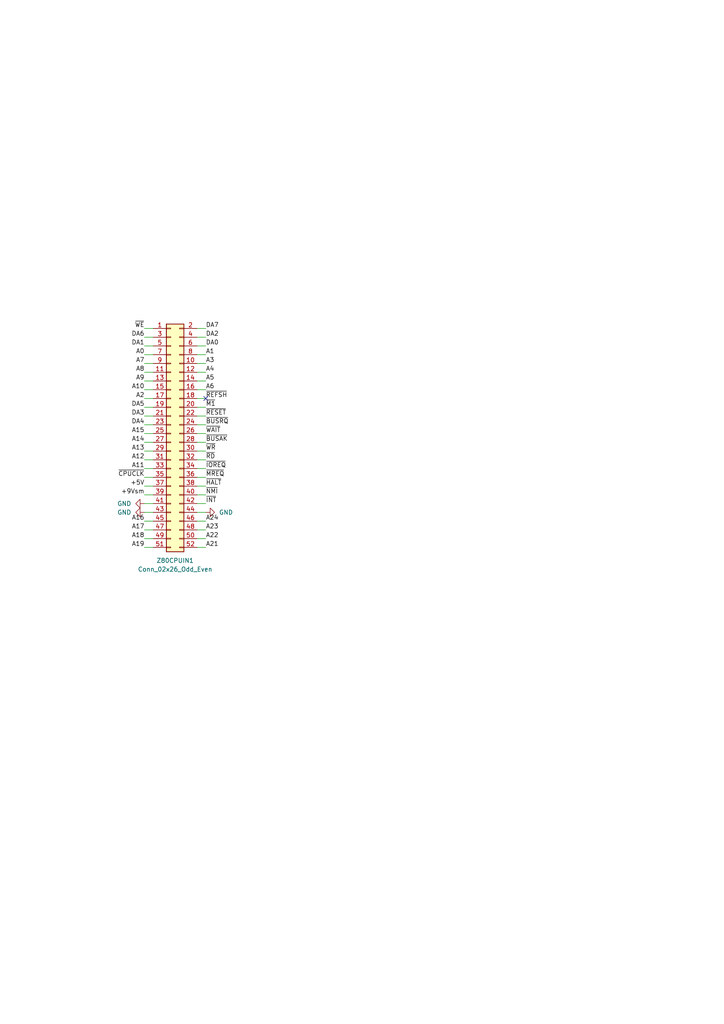
<source format=kicad_sch>
(kicad_sch (version 20211123) (generator eeschema)
  (paper "A4" portrait)
  (title_block (title "JupiterAceZ180") (date "2019-09-14") (rev "Alpha") (company "Ontobus") (comment 1 "John Bradley") (comment 2 "https://creativecommons.org/licenses/by-nc-sa/4.0/") (comment 3 "Attribution-NonCommercial-ShareAlike 4.0 International License.") (comment 4 "This work is licensed under a Creative Commons "))
  (lib_symbols
    (symbol "Connector_Generic:Conn_02x26_Odd_Even" (pin_names (offset 1.016) hide)
      (property "Reference" "J" (at 1.27 33.02 0))
      (property "Value" "Conn_02x26_Odd_Even" (at 1.27 -35.56 0))
      (symbol "Conn_02x26_Odd_Even_1_1"
        (rectangle (start -1.27 -32.893) (end 0 -33.147) (stroke (width 0.1524)))
        (rectangle (start -1.27 -30.353) (end 0 -30.607) (stroke (width 0.1524)))
        (rectangle (start -1.27 -27.813) (end 0 -28.067) (stroke (width 0.1524)))
        (rectangle (start -1.27 -25.273) (end 0 -25.527) (stroke (width 0.1524)))
        (rectangle (start -1.27 -22.733) (end 0 -22.987) (stroke (width 0.1524)))
        (rectangle (start -1.27 -20.193) (end 0 -20.447) (stroke (width 0.1524)))
        (rectangle (start -1.27 -17.653) (end 0 -17.907) (stroke (width 0.1524)))
        (rectangle (start -1.27 -15.113) (end 0 -15.367) (stroke (width 0.1524)))
        (rectangle (start -1.27 -12.573) (end 0 -12.827) (stroke (width 0.1524)))
        (rectangle (start -1.27 -10.033) (end 0 -10.287) (stroke (width 0.1524)))
        (rectangle (start -1.27 -7.493) (end 0 -7.747) (stroke (width 0.1524)))
        (rectangle (start -1.27 -4.953) (end 0 -5.207) (stroke (width 0.1524)))
        (rectangle (start -1.27 -2.413) (end 0 -2.667) (stroke (width 0.1524)))
        (rectangle (start -1.27 0.127) (end 0 -0.127) (stroke (width 0.1524)))
        (rectangle (start -1.27 2.667) (end 0 2.413) (stroke (width 0.1524)))
        (rectangle (start -1.27 5.207) (end 0 4.953) (stroke (width 0.1524)))
        (rectangle (start -1.27 7.747) (end 0 7.493) (stroke (width 0.1524)))
        (rectangle (start -1.27 10.287) (end 0 10.033) (stroke (width 0.1524)))
        (rectangle (start -1.27 12.827) (end 0 12.573) (stroke (width 0.1524)))
        (rectangle (start -1.27 15.367) (end 0 15.113) (stroke (width 0.1524)))
        (rectangle (start -1.27 17.907) (end 0 17.653) (stroke (width 0.1524)))
        (rectangle (start -1.27 20.447) (end 0 20.193) (stroke (width 0.1524)))
        (rectangle (start -1.27 22.987) (end 0 22.733) (stroke (width 0.1524)))
        (rectangle (start -1.27 25.527) (end 0 25.273) (stroke (width 0.1524)))
        (rectangle (start -1.27 28.067) (end 0 27.813) (stroke (width 0.1524)))
        (rectangle (start -1.27 30.607) (end 0 30.353) (stroke (width 0.1524)))
        (rectangle (start -1.27 31.75) (end 3.81 -34.29) (stroke (width 0.254)) (fill (type background)))
        (rectangle (start 3.81 -32.893) (end 2.54 -33.147) (stroke (width 0.1524)))
        (rectangle (start 3.81 -30.353) (end 2.54 -30.607) (stroke (width 0.1524)))
        (rectangle (start 3.81 -27.813) (end 2.54 -28.067) (stroke (width 0.1524)))
        (rectangle (start 3.81 -25.273) (end 2.54 -25.527) (stroke (width 0.1524)))
        (rectangle (start 3.81 -22.733) (end 2.54 -22.987) (stroke (width 0.1524)))
        (rectangle (start 3.81 -20.193) (end 2.54 -20.447) (stroke (width 0.1524)))
        (rectangle (start 3.81 -17.653) (end 2.54 -17.907) (stroke (width 0.1524)))
        (rectangle (start 3.81 -15.113) (end 2.54 -15.367) (stroke (width 0.1524)))
        (rectangle (start 3.81 -12.573) (end 2.54 -12.827) (stroke (width 0.1524)))
        (rectangle (start 3.81 -10.033) (end 2.54 -10.287) (stroke (width 0.1524)))
        (rectangle (start 3.81 -7.493) (end 2.54 -7.747) (stroke (width 0.1524)))
        (rectangle (start 3.81 -4.953) (end 2.54 -5.207) (stroke (width 0.1524)))
        (rectangle (start 3.81 -2.413) (end 2.54 -2.667) (stroke (width 0.1524)))
        (rectangle (start 3.81 0.127) (end 2.54 -0.127) (stroke (width 0.1524)))
        (rectangle (start 3.81 2.667) (end 2.54 2.413) (stroke (width 0.1524)))
        (rectangle (start 3.81 5.207) (end 2.54 4.953) (stroke (width 0.1524)))
        (rectangle (start 3.81 7.747) (end 2.54 7.493) (stroke (width 0.1524)))
        (rectangle (start 3.81 10.287) (end 2.54 10.033) (stroke (width 0.1524)))
        (rectangle (start 3.81 12.827) (end 2.54 12.573) (stroke (width 0.1524)))
        (rectangle (start 3.81 15.367) (end 2.54 15.113) (stroke (width 0.1524)))
        (rectangle (start 3.81 17.907) (end 2.54 17.653) (stroke (width 0.1524)))
        (rectangle (start 3.81 20.447) (end 2.54 20.193) (stroke (width 0.1524)))
        (rectangle (start 3.81 22.987) (end 2.54 22.733) (stroke (width 0.1524)))
        (rectangle (start 3.81 25.527) (end 2.54 25.273) (stroke (width 0.1524)))
        (rectangle (start 3.81 28.067) (end 2.54 27.813) (stroke (width 0.1524)))
        (rectangle (start 3.81 30.607) (end 2.54 30.353) (stroke (width 0.1524)))
        (pin passive line (at -5.08 30.48 0) (length 3.81) (name "Pin_1") (number "1"))
        (pin passive line (at 7.62 20.32 180) (length 3.81) (name "Pin_10") (number "10"))
        (pin passive line (at -5.08 17.78 0) (length 3.81) (name "Pin_11") (number "11"))
        (pin passive line (at 7.62 17.78 180) (length 3.81) (name "Pin_12") (number "12"))
        (pin passive line (at -5.08 15.24 0) (length 3.81) (name "Pin_13") (number "13"))
        (pin passive line (at 7.62 15.24 180) (length 3.81) (name "Pin_14") (number "14"))
        (pin passive line (at -5.08 12.7 0) (length 3.81) (name "Pin_15") (number "15"))
        (pin passive line (at 7.62 12.7 180) (length 3.81) (name "Pin_16") (number "16"))
        (pin passive line (at -5.08 10.16 0) (length 3.81) (name "Pin_17") (number "17"))
        (pin passive line (at 7.62 10.16 180) (length 3.81) (name "Pin_18") (number "18"))
        (pin passive line (at -5.08 7.62 0) (length 3.81) (name "Pin_19") (number "19"))
        (pin passive line (at 7.62 30.48 180) (length 3.81) (name "Pin_2") (number "2"))
        (pin passive line (at 7.62 7.62 180) (length 3.81) (name "Pin_20") (number "20"))
        (pin passive line (at -5.08 5.08 0) (length 3.81) (name "Pin_21") (number "21"))
        (pin passive line (at 7.62 5.08 180) (length 3.81) (name "Pin_22") (number "22"))
        (pin passive line (at -5.08 2.54 0) (length 3.81) (name "Pin_23") (number "23"))
        (pin passive line (at 7.62 2.54 180) (length 3.81) (name "Pin_24") (number "24"))
        (pin passive line (at -5.08 0 0) (length 3.81) (name "Pin_25") (number "25"))
        (pin passive line (at 7.62 0 180) (length 3.81) (name "Pin_26") (number "26"))
        (pin passive line (at -5.08 -2.54 0) (length 3.81) (name "Pin_27") (number "27"))
        (pin passive line (at 7.62 -2.54 180) (length 3.81) (name "Pin_28") (number "28"))
        (pin passive line (at -5.08 -5.08 0) (length 3.81) (name "Pin_29") (number "29"))
        (pin passive line (at -5.08 27.94 0) (length 3.81) (name "Pin_3") (number "3"))
        (pin passive line (at 7.62 -5.08 180) (length 3.81) (name "Pin_30") (number "30"))
        (pin passive line (at -5.08 -7.62 0) (length 3.81) (name "Pin_31") (number "31"))
        (pin passive line (at 7.62 -7.62 180) (length 3.81) (name "Pin_32") (number "32"))
        (pin passive line (at -5.08 -10.16 0) (length 3.81) (name "Pin_33") (number "33"))
        (pin passive line (at 7.62 -10.16 180) (length 3.81) (name "Pin_34") (number "34"))
        (pin passive line (at -5.08 -12.7 0) (length 3.81) (name "Pin_35") (number "35"))
        (pin passive line (at 7.62 -12.7 180) (length 3.81) (name "Pin_36") (number "36"))
        (pin passive line (at -5.08 -15.24 0) (length 3.81) (name "Pin_37") (number "37"))
        (pin passive line (at 7.62 -15.24 180) (length 3.81) (name "Pin_38") (number "38"))
        (pin passive line (at -5.08 -17.78 0) (length 3.81) (name "Pin_39") (number "39"))
        (pin passive line (at 7.62 27.94 180) (length 3.81) (name "Pin_4") (number "4"))
        (pin passive line (at 7.62 -17.78 180) (length 3.81) (name "Pin_40") (number "40"))
        (pin passive line (at -5.08 -20.32 0) (length 3.81) (name "Pin_41") (number "41"))
        (pin passive line (at 7.62 -20.32 180) (length 3.81) (name "Pin_42") (number "42"))
        (pin passive line (at -5.08 -22.86 0) (length 3.81) (name "Pin_43") (number "43"))
        (pin passive line (at 7.62 -22.86 180) (length 3.81) (name "Pin_44") (number "44"))
        (pin passive line (at -5.08 -25.4 0) (length 3.81) (name "Pin_45") (number "45"))
        (pin passive line (at 7.62 -25.4 180) (length 3.81) (name "Pin_46") (number "46"))
        (pin passive line (at -5.08 -27.94 0) (length 3.81) (name "Pin_47") (number "47"))
        (pin passive line (at 7.62 -27.94 180) (length 3.81) (name "Pin_48") (number "48"))
        (pin passive line (at -5.08 -30.48 0) (length 3.81) (name "Pin_49") (number "49"))
        (pin passive line (at -5.08 25.4 0) (length 3.81) (name "Pin_5") (number "5"))
        (pin passive line (at 7.62 -30.48 180) (length 3.81) (name "Pin_50") (number "50"))
        (pin passive line (at -5.08 -33.02 0) (length 3.81) (name "Pin_51") (number "51"))
        (pin passive line (at 7.62 -33.02 180) (length 3.81) (name "Pin_52") (number "52"))
        (pin passive line (at 7.62 25.4 180) (length 3.81) (name "Pin_6") (number "6"))
        (pin passive line (at -5.08 22.86 0) (length 3.81) (name "Pin_7") (number "7"))
        (pin passive line (at 7.62 22.86 180) (length 3.81) (name "Pin_8") (number "8"))
        (pin passive line (at -5.08 20.32 0) (length 3.81) (name "Pin_9") (number "9"))
      )
    )
    (symbol "power:GND" (power) (pin_names (offset 0))
      (property "Value" "GND" (at 0 -3.81 0))
      (symbol "GND_0_1"
        (polyline (pts (xy 0 0) (xy 0 -1.27) (xy 1.27 -1.27) (xy 0 -2.54) (xy -1.27 -1.27) (xy 0 -1.27)))
      )
      (symbol "GND_1_1"
        (pin power_in line (at 0 0 270) (length 0) hide (name "GND") (number "1"))
      )
    )
  )
  (no_connect (at 59.69 115.57))
  (wire (pts (xy 57.15 133.35) (xy 59.69 133.35)))
  (wire (pts (xy 57.15 107.95) (xy 59.69 107.95)))
  (wire (pts (xy 57.15 128.27) (xy 59.69 128.27)))
  (wire (pts (xy 57.15 113.03) (xy 59.69 113.03)))
  (wire (pts (xy 44.45 128.27) (xy 41.91 128.27)))
  (wire (pts (xy 44.45 133.35) (xy 41.91 133.35)))
  (wire (pts (xy 57.15 135.89) (xy 59.69 135.89)))
  (wire (pts (xy 44.45 130.81) (xy 41.91 130.81)))
  (wire (pts (xy 44.45 120.65) (xy 41.91 120.65)))
  (wire (pts (xy 44.45 143.51) (xy 41.91 143.51)))
  (wire (pts (xy 44.45 158.75) (xy 41.91 158.75)))
  (wire (pts (xy 57.15 146.05) (xy 59.69 146.05)))
  (wire (pts (xy 57.15 118.11) (xy 59.69 118.11)))
  (wire (pts (xy 57.15 140.97) (xy 59.69 140.97)))
  (wire (pts (xy 44.45 100.33) (xy 41.91 100.33)))
  (wire (pts (xy 44.45 140.97) (xy 41.91 140.97)))
  (wire (pts (xy 57.15 123.19) (xy 59.69 123.19)))
  (wire (pts (xy 57.15 138.43) (xy 59.69 138.43)))
  (wire (pts (xy 44.45 156.21) (xy 41.91 156.21)))
  (wire (pts (xy 44.45 113.03) (xy 41.91 113.03)))
  (wire (pts (xy 57.15 151.13) (xy 59.69 151.13)))
  (wire (pts (xy 57.15 130.81) (xy 59.69 130.81)))
  (wire (pts (xy 57.15 100.33) (xy 59.69 100.33)))
  (wire (pts (xy 44.45 151.13) (xy 41.91 151.13)))
  (wire (pts (xy 44.45 125.73) (xy 41.91 125.73)))
  (wire (pts (xy 44.45 110.49) (xy 41.91 110.49)))
  (wire (pts (xy 44.45 105.41) (xy 41.91 105.41)))
  (wire (pts (xy 44.45 107.95) (xy 41.91 107.95)))
  (wire (pts (xy 57.15 95.25) (xy 59.69 95.25)))
  (wire (pts (xy 44.45 95.25) (xy 41.91 95.25)))
  (wire (pts (xy 44.45 123.19) (xy 41.91 123.19)))
  (wire (pts (xy 44.45 135.89) (xy 41.91 135.89)))
  (wire (pts (xy 44.45 138.43) (xy 41.91 138.43)))
  (wire (pts (xy 44.45 102.87) (xy 41.91 102.87)))
  (wire (pts (xy 44.45 118.11) (xy 41.91 118.11)))
  (wire (pts (xy 57.15 156.21) (xy 59.69 156.21)))
  (wire (pts (xy 44.45 153.67) (xy 41.91 153.67)))
  (wire (pts (xy 57.15 153.67) (xy 59.69 153.67)))
  (wire (pts (xy 44.45 97.79) (xy 41.91 97.79)))
  (wire (pts (xy 57.15 158.75) (xy 59.69 158.75)))
  (wire (pts (xy 57.15 115.57) (xy 59.69 115.57)))
  (wire (pts (xy 57.15 102.87) (xy 59.69 102.87)))
  (wire (pts (xy 57.15 97.79) (xy 59.69 97.79)))
  (wire (pts (xy 44.45 148.59) (xy 41.91 148.59)))
  (wire (pts (xy 57.15 148.59) (xy 59.69 148.59)))
  (wire (pts (xy 57.15 120.65) (xy 59.69 120.65)))
  (wire (pts (xy 57.15 105.41) (xy 59.69 105.41)))
  (wire (pts (xy 41.91 146.05) (xy 44.45 146.05)))
  (wire (pts (xy 57.15 110.49) (xy 59.69 110.49)))
  (wire (pts (xy 44.45 115.57) (xy 41.91 115.57)))
  (wire (pts (xy 57.15 125.73) (xy 59.69 125.73)))
  (wire (pts (xy 59.69 143.51) (xy 57.15 143.51)))
  (label "~{NMI}" (at 59.69 143.51 0))
  (label "A1" (at 59.69 102.87 0))
  (label "DA2" (at 59.69 97.79 0))
  (label "A11" (at 41.91 135.89 180))
  (label "~{RD}" (at 59.69 133.35 0))
  (label "~{BUSAK}" (at 59.69 128.27 0))
  (label "A23" (at 59.69 153.67 0))
  (label "~{IOREQ}" (at 59.69 135.89 0))
  (label "A22" (at 59.69 156.21 0))
  (label "DA6" (at 41.91 97.79 180))
  (label "~{HALT}" (at 59.69 140.97 0))
  (label "A24" (at 59.69 151.13 0))
  (label "A9" (at 41.91 110.49 180))
  (label "A17" (at 41.91 153.67 180))
  (label "~{BUSRQ}" (at 59.69 123.19 0))
  (label "~{WAIT}" (at 59.69 125.73 0))
  (label "A5" (at 59.69 110.49 0))
  (label "DA1" (at 41.91 100.33 180))
  (label "A14" (at 41.91 128.27 180))
  (label "+9Vsm" (at 41.91 143.51 180))
  (label "DA7" (at 59.69 95.25 0))
  (label "A2" (at 41.91 115.57 180))
  (label "A7" (at 41.91 105.41 180))
  (label "DA0" (at 59.69 100.33 0))
  (label "~{WR}" (at 59.69 130.81 0))
  (label "DA3" (at 41.91 120.65 180))
  (label "A13" (at 41.91 130.81 180))
  (label "~{MREQ}" (at 59.69 138.43 0))
  (label "DA5" (at 41.91 118.11 180))
  (label "~{RESET}" (at 59.69 120.65 0))
  (label "~{M1}" (at 59.69 118.11 0))
  (label "A19" (at 41.91 158.75 180))
  (label "~{REFSH}" (at 59.69 115.57 0))
  (label "A10" (at 41.91 113.03 180))
  (label "A0" (at 41.91 102.87 180))
  (label "A8" (at 41.91 107.95 180))
  (label "A18" (at 41.91 156.21 180))
  (label "A16" (at 41.91 151.13 180))
  (label "DA4" (at 41.91 123.19 180))
  (label "~{CPUCLK}" (at 41.91 138.43 180))
  (label "A3" (at 59.69 105.41 0))
  (label "A4" (at 59.69 107.95 0))
  (label "A6" (at 59.69 113.03 0))
  (label "A12" (at 41.91 133.35 180))
  (label "~{WE}" (at 41.91 95.25 180))
  (label "A21" (at 59.69 158.75 0))
  (label "A15" (at 41.91 125.73 180))
  (label "~{INT}" (at 59.69 146.05 0))
  (label "+5V" (at 41.91 140.97 180))
  (symbol (lib_id "power:GND") (at 41.91 146.05 270) (unit 1)
    (property "Reference" "#~~~PWR0115" (effects hide))
    (property "Value" "GND" (at 38.1 146.0499 90) (effects (justify right)))
  )
  (symbol (lib_id "power:GND") (at 41.91 148.59 270) (unit 1)
    (property "Reference" "#~~~PWR0116" (effects hide))
    (property "Value" "GND" (at 38.1 148.5899 90) (effects (justify right)))
  )
  (symbol (lib_id "power:GND") (at 59.69 148.59 90) (unit 1)
    (property "Reference" "#~~~PWR0117" (effects hide))
    (property "Value" "GND" (at 63.5 148.5899 90) (effects (justify right)))
  )
  (symbol (lib_id "Connector_Generic:Conn_02x26_Odd_Even") (at 49.53 125.73 0) (unit 1)
    (property "Reference" "Z80CPUIN1" (at 50.8 162.56 0))
    (property "Value" "Conn_02x26_Odd_Even" (at 50.8 165.1 0))
    (property "Footprint" "Connector_PinSocket_2.54mm:PinSocket_2x26_P2.54mm_Horizontal" (effects hide))
  )
)
</source>
